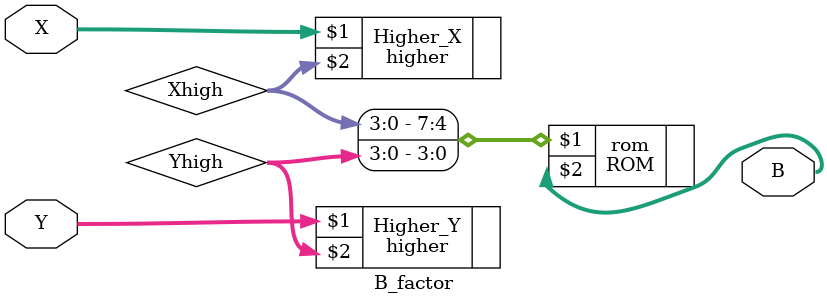
<source format=v>
module B_factor (X, Y, B);
	input [7:0] X;
	input [7:0] Y;
	output [7:0] B;
	
	wire [3:0] Xhigh;
	wire [3:0] Yhigh;

	higher Higher_X (X, Xhigh);
	higher Higher_Y (Y, Yhigh);
	ROM rom ({Xhigh, Yhigh}, B);

endmodule

</source>
